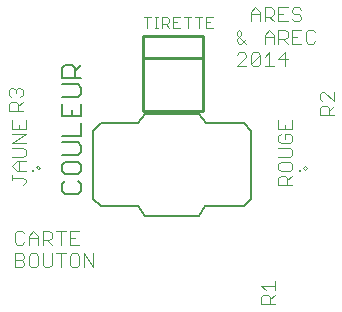
<source format=gto>
G75*
%MOIN*%
%OFA0B0*%
%FSLAX24Y24*%
%IPPOS*%
%LPD*%
%AMOC8*
5,1,8,0,0,1.08239X$1,22.5*
%
%ADD10C,0.0040*%
%ADD11C,0.0100*%
%ADD12C,0.0060*%
%ADD13C,0.0070*%
%ADD14C,0.0025*%
%ADD15C,0.0098*%
D10*
X000901Y002640D02*
X001131Y002640D01*
X001208Y002717D01*
X001208Y002793D01*
X001131Y002870D01*
X000901Y002870D01*
X001131Y002870D02*
X001208Y002947D01*
X001208Y003024D01*
X001131Y003100D01*
X000901Y003100D01*
X000901Y002640D01*
X001361Y002717D02*
X001438Y002640D01*
X001591Y002640D01*
X001668Y002717D01*
X001668Y003024D01*
X001591Y003100D01*
X001438Y003100D01*
X001361Y003024D01*
X001361Y002717D01*
X001821Y002717D02*
X001821Y003100D01*
X001821Y003390D02*
X001821Y003850D01*
X002052Y003850D01*
X002128Y003774D01*
X002128Y003620D01*
X002052Y003543D01*
X001821Y003543D01*
X001668Y003620D02*
X001361Y003620D01*
X001361Y003697D02*
X001514Y003850D01*
X001668Y003697D01*
X001668Y003390D01*
X001361Y003390D02*
X001361Y003697D01*
X001208Y003774D02*
X001131Y003850D01*
X000977Y003850D01*
X000901Y003774D01*
X000901Y003467D01*
X000977Y003390D01*
X001131Y003390D01*
X001208Y003467D01*
X001821Y002717D02*
X001898Y002640D01*
X002052Y002640D01*
X002128Y002717D01*
X002128Y003100D01*
X002282Y003100D02*
X002589Y003100D01*
X002742Y003024D02*
X002742Y002717D01*
X002819Y002640D01*
X002972Y002640D01*
X003049Y002717D01*
X003049Y003024D01*
X002972Y003100D01*
X002819Y003100D01*
X002742Y003024D01*
X002435Y003100D02*
X002435Y002640D01*
X002435Y003390D02*
X002435Y003850D01*
X002282Y003850D02*
X002589Y003850D01*
X002742Y003850D02*
X002742Y003390D01*
X003049Y003390D01*
X002896Y003620D02*
X002742Y003620D01*
X002742Y003850D02*
X003049Y003850D01*
X003203Y003100D02*
X003510Y002640D01*
X003510Y003100D01*
X003203Y003100D02*
X003203Y002640D01*
X002128Y003390D02*
X001975Y003543D01*
X001186Y005397D02*
X001263Y005474D01*
X001263Y005551D01*
X001186Y005628D01*
X000803Y005628D01*
X000803Y005704D02*
X000803Y005551D01*
X000956Y005858D02*
X000803Y006011D01*
X000956Y006165D01*
X001263Y006165D01*
X001186Y006318D02*
X001263Y006395D01*
X001263Y006548D01*
X001186Y006625D01*
X000803Y006625D01*
X000803Y006779D02*
X001263Y007086D01*
X000803Y007086D01*
X000803Y007239D02*
X001263Y007239D01*
X001263Y007546D01*
X001033Y007393D02*
X001033Y007239D01*
X000803Y007239D02*
X000803Y007546D01*
X000696Y007850D02*
X000696Y008080D01*
X000773Y008157D01*
X000926Y008157D01*
X001003Y008080D01*
X001003Y007850D01*
X001157Y007850D02*
X000696Y007850D01*
X001003Y008004D02*
X001157Y008157D01*
X001080Y008311D02*
X001157Y008387D01*
X001157Y008541D01*
X001080Y008618D01*
X001003Y008618D01*
X000926Y008541D01*
X000926Y008464D01*
X000926Y008541D02*
X000850Y008618D01*
X000773Y008618D01*
X000696Y008541D01*
X000696Y008387D01*
X000773Y008311D01*
X000803Y006779D02*
X001263Y006779D01*
X001186Y006318D02*
X000803Y006318D01*
X001033Y006165D02*
X001033Y005858D01*
X000956Y005858D02*
X001263Y005858D01*
X005309Y010618D02*
X005309Y010978D01*
X005189Y010978D02*
X005429Y010978D01*
X005557Y010978D02*
X005677Y010978D01*
X005617Y010978D02*
X005617Y010618D01*
X005557Y010618D02*
X005677Y010618D01*
X005803Y010618D02*
X005803Y010978D01*
X005983Y010978D01*
X006043Y010918D01*
X006043Y010798D01*
X005983Y010738D01*
X005803Y010738D01*
X005923Y010738D02*
X006043Y010618D01*
X006171Y010618D02*
X006411Y010618D01*
X006291Y010798D02*
X006171Y010798D01*
X006171Y010978D02*
X006171Y010618D01*
X006171Y010978D02*
X006411Y010978D01*
X006539Y010978D02*
X006780Y010978D01*
X006659Y010978D02*
X006659Y010618D01*
X007028Y010618D02*
X007028Y010978D01*
X006908Y010978D02*
X007148Y010978D01*
X007276Y010978D02*
X007276Y010618D01*
X007516Y010618D01*
X007396Y010798D02*
X007276Y010798D01*
X007276Y010978D02*
X007516Y010978D01*
X008301Y010474D02*
X008301Y010397D01*
X008608Y010090D01*
X008608Y010243D02*
X008454Y010090D01*
X008377Y010090D01*
X008301Y010167D01*
X008301Y010243D01*
X008454Y010397D01*
X008454Y010474D01*
X008377Y010550D01*
X008301Y010474D01*
X008761Y010840D02*
X008761Y011147D01*
X008914Y011300D01*
X009068Y011147D01*
X009068Y010840D01*
X009221Y010840D02*
X009221Y011300D01*
X009452Y011300D01*
X009528Y011224D01*
X009528Y011070D01*
X009452Y010993D01*
X009221Y010993D01*
X009375Y010993D02*
X009528Y010840D01*
X009682Y010840D02*
X009989Y010840D01*
X010142Y010917D02*
X010219Y010840D01*
X010372Y010840D01*
X010449Y010917D01*
X010449Y010993D01*
X010372Y011070D01*
X010219Y011070D01*
X010142Y011147D01*
X010142Y011224D01*
X010219Y011300D01*
X010372Y011300D01*
X010449Y011224D01*
X009989Y011300D02*
X009682Y011300D01*
X009682Y010840D01*
X009682Y011070D02*
X009835Y011070D01*
X009912Y010550D02*
X009682Y010550D01*
X009682Y010090D01*
X009682Y010243D02*
X009912Y010243D01*
X009989Y010320D01*
X009989Y010474D01*
X009912Y010550D01*
X010142Y010550D02*
X010142Y010090D01*
X010449Y010090D01*
X010603Y010167D02*
X010679Y010090D01*
X010833Y010090D01*
X010910Y010167D01*
X010910Y010474D02*
X010833Y010550D01*
X010679Y010550D01*
X010603Y010474D01*
X010603Y010167D01*
X010296Y010320D02*
X010142Y010320D01*
X010142Y010550D02*
X010449Y010550D01*
X009989Y010090D02*
X009835Y010243D01*
X009528Y010320D02*
X009221Y010320D01*
X009221Y010397D02*
X009375Y010550D01*
X009528Y010397D01*
X009528Y010090D01*
X009221Y010090D02*
X009221Y010397D01*
X009375Y009800D02*
X009375Y009340D01*
X009528Y009340D02*
X009221Y009340D01*
X009068Y009417D02*
X008991Y009340D01*
X008838Y009340D01*
X008761Y009417D01*
X009068Y009724D01*
X009068Y009417D01*
X009221Y009647D02*
X009375Y009800D01*
X009068Y009724D02*
X008991Y009800D01*
X008838Y009800D01*
X008761Y009724D01*
X008761Y009417D01*
X008608Y009340D02*
X008301Y009340D01*
X008608Y009647D01*
X008608Y009724D01*
X008531Y009800D01*
X008377Y009800D01*
X008301Y009724D01*
X008761Y011070D02*
X009068Y011070D01*
X009912Y009800D02*
X009682Y009570D01*
X009989Y009570D01*
X009912Y009340D02*
X009912Y009800D01*
X011139Y008476D02*
X011062Y008400D01*
X011062Y008246D01*
X011139Y008169D01*
X011139Y008016D02*
X011293Y008016D01*
X011369Y007939D01*
X011369Y007709D01*
X011523Y007709D02*
X011062Y007709D01*
X011062Y007939D01*
X011139Y008016D01*
X011369Y007862D02*
X011523Y008016D01*
X011523Y008169D02*
X011216Y008476D01*
X011139Y008476D01*
X011523Y008476D02*
X011523Y008169D01*
X010141Y007538D02*
X010141Y007231D01*
X009681Y007231D01*
X009681Y007538D01*
X009911Y007385D02*
X009911Y007231D01*
X009911Y007078D02*
X009911Y006924D01*
X009911Y007078D02*
X010064Y007078D01*
X010141Y007001D01*
X010141Y006848D01*
X010064Y006771D01*
X009757Y006771D01*
X009681Y006848D01*
X009681Y007001D01*
X009757Y007078D01*
X009681Y006617D02*
X010064Y006617D01*
X010141Y006541D01*
X010141Y006387D01*
X010064Y006310D01*
X009681Y006310D01*
X009757Y006157D02*
X009681Y006080D01*
X009681Y005927D01*
X009757Y005850D01*
X010064Y005850D01*
X010141Y005927D01*
X010141Y006080D01*
X010064Y006157D01*
X009757Y006157D01*
X009757Y005697D02*
X009911Y005697D01*
X009987Y005620D01*
X009987Y005390D01*
X009987Y005543D02*
X010141Y005697D01*
X010141Y005390D02*
X009681Y005390D01*
X009681Y005620D01*
X009757Y005697D01*
X009570Y002183D02*
X009570Y001876D01*
X009570Y001723D02*
X009417Y001569D01*
X009417Y001646D02*
X009417Y001416D01*
X009570Y001416D02*
X009110Y001416D01*
X009110Y001646D01*
X009186Y001723D01*
X009340Y001723D01*
X009417Y001646D01*
X009263Y001876D02*
X009110Y002030D01*
X009570Y002030D01*
D11*
X007169Y007848D02*
X005169Y007848D01*
X005169Y009598D01*
X007169Y009598D01*
X007169Y007848D01*
X007169Y009598D02*
X007169Y010348D01*
X005169Y010348D01*
X005169Y009598D01*
D12*
X005241Y007755D02*
X005011Y007435D01*
X003761Y007435D01*
X003511Y007185D01*
X003511Y004925D01*
X003761Y004675D01*
X005011Y004675D01*
X005241Y004355D01*
X007041Y004355D01*
X007251Y004675D01*
X008521Y004675D01*
X008771Y004925D01*
X008771Y007185D01*
X008521Y007435D01*
X007271Y007435D01*
X007041Y007755D01*
X005241Y007755D01*
D13*
X003106Y007668D02*
X003106Y008088D01*
X003001Y008312D02*
X003106Y008417D01*
X003106Y008628D01*
X003001Y008733D01*
X002476Y008733D01*
X002476Y008957D02*
X002476Y009272D01*
X002581Y009377D01*
X002791Y009377D01*
X002896Y009272D01*
X002896Y008957D01*
X002896Y009167D02*
X003106Y009377D01*
X003106Y008957D02*
X002476Y008957D01*
X002476Y008312D02*
X003001Y008312D01*
X002791Y007878D02*
X002791Y007668D01*
X002476Y007668D02*
X003106Y007668D01*
X003106Y007444D02*
X003106Y007023D01*
X002476Y007023D01*
X002476Y006799D02*
X003001Y006799D01*
X003106Y006694D01*
X003106Y006484D01*
X003001Y006379D01*
X002476Y006379D01*
X002581Y006155D02*
X002476Y006049D01*
X002476Y005839D01*
X002581Y005734D01*
X003001Y005734D01*
X003106Y005839D01*
X003106Y006049D01*
X003001Y006155D01*
X002581Y006155D01*
X002581Y005510D02*
X002476Y005405D01*
X002476Y005195D01*
X002581Y005090D01*
X003001Y005090D01*
X003106Y005195D01*
X003106Y005405D01*
X003001Y005510D01*
X002476Y007668D02*
X002476Y008088D01*
D14*
X001677Y006027D02*
X001746Y005958D01*
X001687Y005899D01*
X001618Y005968D01*
X001677Y006027D01*
X010496Y005960D02*
X010555Y006019D01*
X010624Y005950D01*
X010564Y005891D01*
X010496Y005960D01*
D15*
X010397Y005852D03*
X001519Y005860D03*
M02*

</source>
